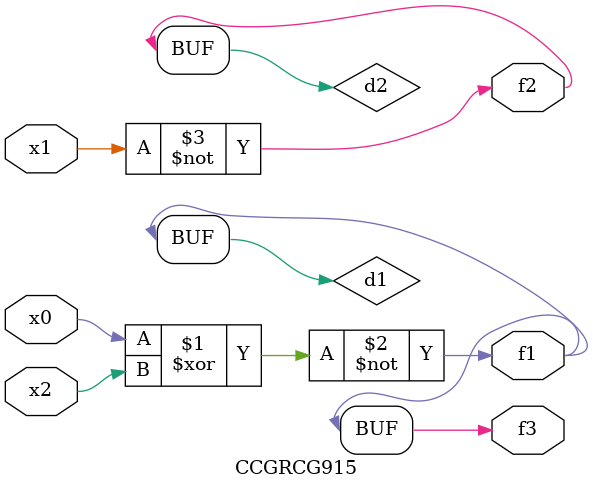
<source format=v>
module CCGRCG915(
	input x0, x1, x2,
	output f1, f2, f3
);

	wire d1, d2, d3;

	xnor (d1, x0, x2);
	nand (d2, x1);
	nor (d3, x1, x2);
	assign f1 = d1;
	assign f2 = d2;
	assign f3 = d1;
endmodule

</source>
